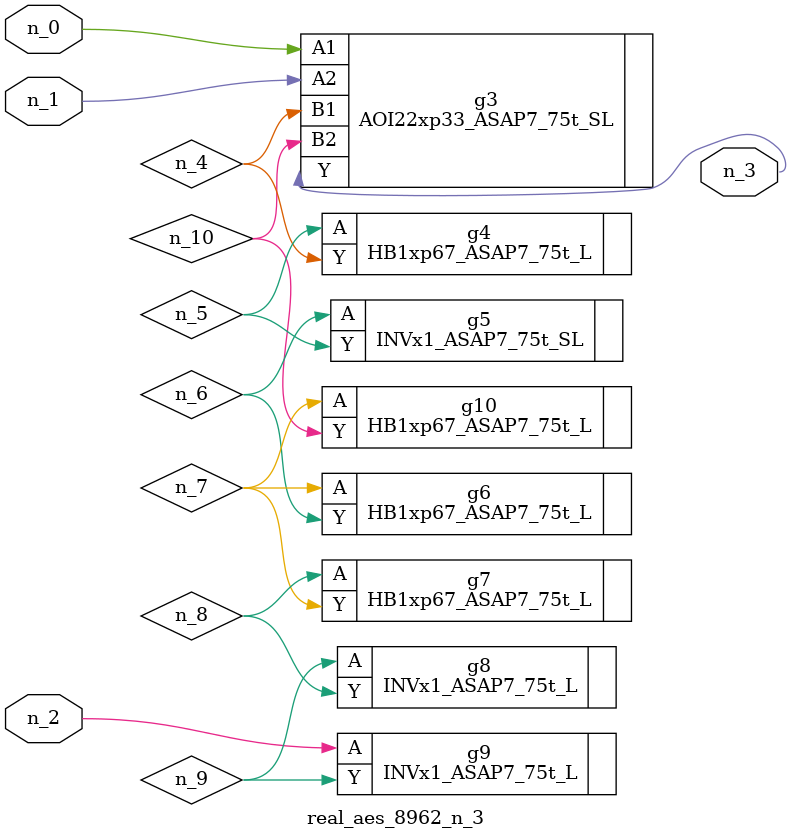
<source format=v>
module real_aes_8962_n_3 (n_0, n_2, n_1, n_3);
input n_0;
input n_2;
input n_1;
output n_3;
wire n_4;
wire n_5;
wire n_7;
wire n_8;
wire n_6;
wire n_9;
wire n_10;
AOI22xp33_ASAP7_75t_SL g3 ( .A1(n_0), .A2(n_1), .B1(n_4), .B2(n_10), .Y(n_3) );
INVx1_ASAP7_75t_L g9 ( .A(n_2), .Y(n_9) );
HB1xp67_ASAP7_75t_L g4 ( .A(n_5), .Y(n_4) );
INVx1_ASAP7_75t_SL g5 ( .A(n_6), .Y(n_5) );
HB1xp67_ASAP7_75t_L g6 ( .A(n_7), .Y(n_6) );
HB1xp67_ASAP7_75t_L g10 ( .A(n_7), .Y(n_10) );
HB1xp67_ASAP7_75t_L g7 ( .A(n_8), .Y(n_7) );
INVx1_ASAP7_75t_L g8 ( .A(n_9), .Y(n_8) );
endmodule
</source>
